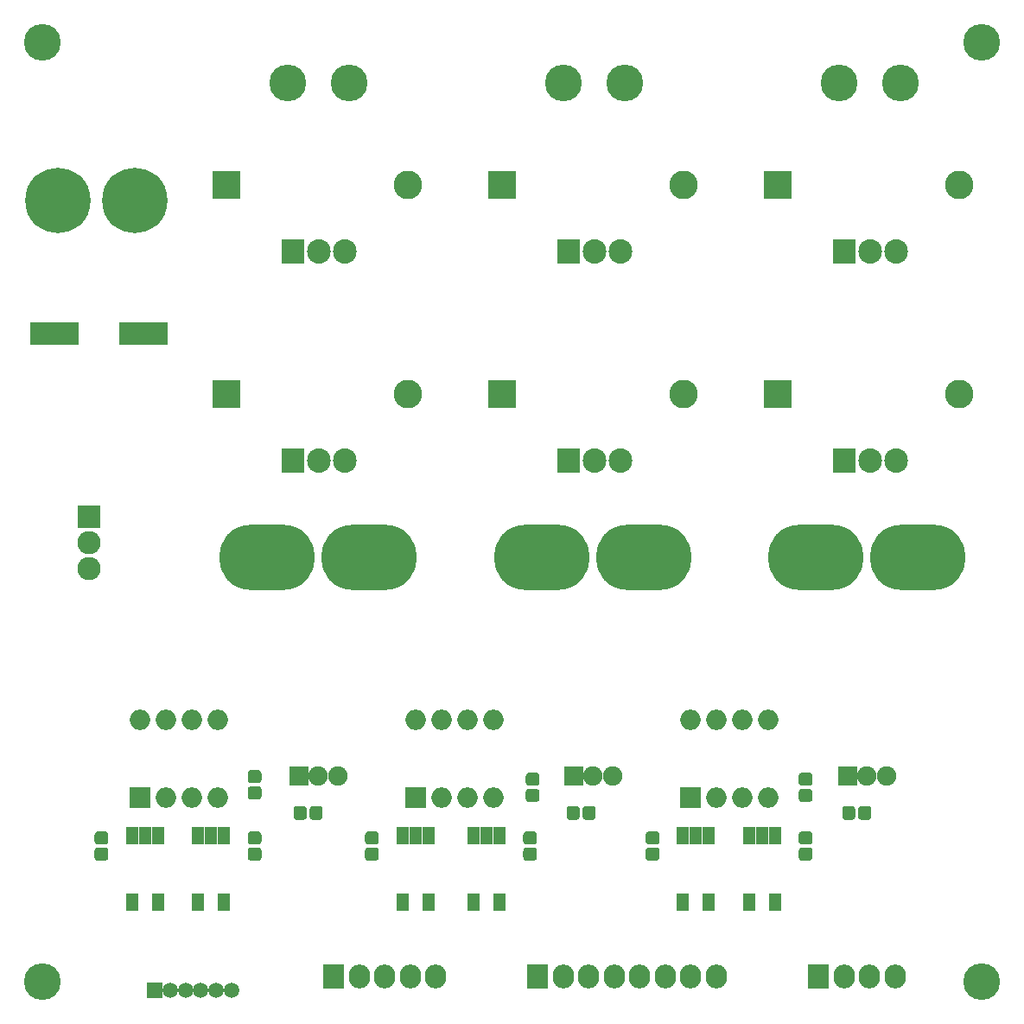
<source format=gbr>
G04 #@! TF.GenerationSoftware,KiCad,Pcbnew,(5.0.0)*
G04 #@! TF.CreationDate,2019-07-28T19:46:13+09:00*
G04 #@! TF.ProjectId,ver.2019_part7,7665722E323031395F70617274372E6B,rev?*
G04 #@! TF.SameCoordinates,Original*
G04 #@! TF.FileFunction,Soldermask,Top*
G04 #@! TF.FilePolarity,Negative*
%FSLAX46Y46*%
G04 Gerber Fmt 4.6, Leading zero omitted, Abs format (unit mm)*
G04 Created by KiCad (PCBNEW (5.0.0)) date 07/28/19 19:46:13*
%MOMM*%
%LPD*%
G01*
G04 APERTURE LIST*
%ADD10C,2.800000*%
%ADD11R,2.800000X2.800000*%
%ADD12R,4.800000X2.300000*%
%ADD13C,0.100000*%
%ADD14C,1.275000*%
%ADD15C,6.400000*%
%ADD16R,2.100000X2.350000*%
%ADD17O,2.100000X2.350000*%
%ADD18R,1.500000X1.500000*%
%ADD19C,1.500000*%
%ADD20C,3.600000*%
%ADD21R,2.305000X2.400000*%
%ADD22O,2.305000X2.400000*%
%ADD23R,1.200000X1.800000*%
%ADD24R,2.000000X2.000000*%
%ADD25O,2.000000X2.000000*%
%ADD26R,2.275000X2.275000*%
%ADD27C,2.275000*%
%ADD28O,9.400000X6.400000*%
%ADD29R,1.900000X1.900000*%
%ADD30C,1.900000*%
%ADD31C,1.200000*%
%ADD32C,1.200000*%
G04 APERTURE END LIST*
D10*
G04 #@! TO.C,U17*
X139800000Y-88500000D03*
D11*
X122000000Y-88500000D03*
G04 #@! TD*
D12*
G04 #@! TO.C,C1*
X113850000Y-82500000D03*
X105150000Y-82500000D03*
G04 #@! TD*
D13*
G04 #@! TO.C,C7*
G36*
X179137493Y-132901535D02*
X179168435Y-132906125D01*
X179198778Y-132913725D01*
X179228230Y-132924263D01*
X179256508Y-132937638D01*
X179283338Y-132953719D01*
X179308463Y-132972353D01*
X179331640Y-132993360D01*
X179352647Y-133016537D01*
X179371281Y-133041662D01*
X179387362Y-133068492D01*
X179400737Y-133096770D01*
X179411275Y-133126222D01*
X179418875Y-133156565D01*
X179423465Y-133187507D01*
X179425000Y-133218750D01*
X179425000Y-133856250D01*
X179423465Y-133887493D01*
X179418875Y-133918435D01*
X179411275Y-133948778D01*
X179400737Y-133978230D01*
X179387362Y-134006508D01*
X179371281Y-134033338D01*
X179352647Y-134058463D01*
X179331640Y-134081640D01*
X179308463Y-134102647D01*
X179283338Y-134121281D01*
X179256508Y-134137362D01*
X179228230Y-134150737D01*
X179198778Y-134161275D01*
X179168435Y-134168875D01*
X179137493Y-134173465D01*
X179106250Y-134175000D01*
X178393750Y-134175000D01*
X178362507Y-134173465D01*
X178331565Y-134168875D01*
X178301222Y-134161275D01*
X178271770Y-134150737D01*
X178243492Y-134137362D01*
X178216662Y-134121281D01*
X178191537Y-134102647D01*
X178168360Y-134081640D01*
X178147353Y-134058463D01*
X178128719Y-134033338D01*
X178112638Y-134006508D01*
X178099263Y-133978230D01*
X178088725Y-133948778D01*
X178081125Y-133918435D01*
X178076535Y-133887493D01*
X178075000Y-133856250D01*
X178075000Y-133218750D01*
X178076535Y-133187507D01*
X178081125Y-133156565D01*
X178088725Y-133126222D01*
X178099263Y-133096770D01*
X178112638Y-133068492D01*
X178128719Y-133041662D01*
X178147353Y-133016537D01*
X178168360Y-132993360D01*
X178191537Y-132972353D01*
X178216662Y-132953719D01*
X178243492Y-132937638D01*
X178271770Y-132924263D01*
X178301222Y-132913725D01*
X178331565Y-132906125D01*
X178362507Y-132901535D01*
X178393750Y-132900000D01*
X179106250Y-132900000D01*
X179137493Y-132901535D01*
X179137493Y-132901535D01*
G37*
D14*
X178750000Y-133537500D03*
D13*
G36*
X179137493Y-131326535D02*
X179168435Y-131331125D01*
X179198778Y-131338725D01*
X179228230Y-131349263D01*
X179256508Y-131362638D01*
X179283338Y-131378719D01*
X179308463Y-131397353D01*
X179331640Y-131418360D01*
X179352647Y-131441537D01*
X179371281Y-131466662D01*
X179387362Y-131493492D01*
X179400737Y-131521770D01*
X179411275Y-131551222D01*
X179418875Y-131581565D01*
X179423465Y-131612507D01*
X179425000Y-131643750D01*
X179425000Y-132281250D01*
X179423465Y-132312493D01*
X179418875Y-132343435D01*
X179411275Y-132373778D01*
X179400737Y-132403230D01*
X179387362Y-132431508D01*
X179371281Y-132458338D01*
X179352647Y-132483463D01*
X179331640Y-132506640D01*
X179308463Y-132527647D01*
X179283338Y-132546281D01*
X179256508Y-132562362D01*
X179228230Y-132575737D01*
X179198778Y-132586275D01*
X179168435Y-132593875D01*
X179137493Y-132598465D01*
X179106250Y-132600000D01*
X178393750Y-132600000D01*
X178362507Y-132598465D01*
X178331565Y-132593875D01*
X178301222Y-132586275D01*
X178271770Y-132575737D01*
X178243492Y-132562362D01*
X178216662Y-132546281D01*
X178191537Y-132527647D01*
X178168360Y-132506640D01*
X178147353Y-132483463D01*
X178128719Y-132458338D01*
X178112638Y-132431508D01*
X178099263Y-132403230D01*
X178088725Y-132373778D01*
X178081125Y-132343435D01*
X178076535Y-132312493D01*
X178075000Y-132281250D01*
X178075000Y-131643750D01*
X178076535Y-131612507D01*
X178081125Y-131581565D01*
X178088725Y-131551222D01*
X178099263Y-131521770D01*
X178112638Y-131493492D01*
X178128719Y-131466662D01*
X178147353Y-131441537D01*
X178168360Y-131418360D01*
X178191537Y-131397353D01*
X178216662Y-131378719D01*
X178243492Y-131362638D01*
X178271770Y-131349263D01*
X178301222Y-131338725D01*
X178331565Y-131331125D01*
X178362507Y-131326535D01*
X178393750Y-131325000D01*
X179106250Y-131325000D01*
X179137493Y-131326535D01*
X179137493Y-131326535D01*
G37*
D14*
X178750000Y-131962500D03*
G04 #@! TD*
D13*
G04 #@! TO.C,C8*
G36*
X164137493Y-132901535D02*
X164168435Y-132906125D01*
X164198778Y-132913725D01*
X164228230Y-132924263D01*
X164256508Y-132937638D01*
X164283338Y-132953719D01*
X164308463Y-132972353D01*
X164331640Y-132993360D01*
X164352647Y-133016537D01*
X164371281Y-133041662D01*
X164387362Y-133068492D01*
X164400737Y-133096770D01*
X164411275Y-133126222D01*
X164418875Y-133156565D01*
X164423465Y-133187507D01*
X164425000Y-133218750D01*
X164425000Y-133856250D01*
X164423465Y-133887493D01*
X164418875Y-133918435D01*
X164411275Y-133948778D01*
X164400737Y-133978230D01*
X164387362Y-134006508D01*
X164371281Y-134033338D01*
X164352647Y-134058463D01*
X164331640Y-134081640D01*
X164308463Y-134102647D01*
X164283338Y-134121281D01*
X164256508Y-134137362D01*
X164228230Y-134150737D01*
X164198778Y-134161275D01*
X164168435Y-134168875D01*
X164137493Y-134173465D01*
X164106250Y-134175000D01*
X163393750Y-134175000D01*
X163362507Y-134173465D01*
X163331565Y-134168875D01*
X163301222Y-134161275D01*
X163271770Y-134150737D01*
X163243492Y-134137362D01*
X163216662Y-134121281D01*
X163191537Y-134102647D01*
X163168360Y-134081640D01*
X163147353Y-134058463D01*
X163128719Y-134033338D01*
X163112638Y-134006508D01*
X163099263Y-133978230D01*
X163088725Y-133948778D01*
X163081125Y-133918435D01*
X163076535Y-133887493D01*
X163075000Y-133856250D01*
X163075000Y-133218750D01*
X163076535Y-133187507D01*
X163081125Y-133156565D01*
X163088725Y-133126222D01*
X163099263Y-133096770D01*
X163112638Y-133068492D01*
X163128719Y-133041662D01*
X163147353Y-133016537D01*
X163168360Y-132993360D01*
X163191537Y-132972353D01*
X163216662Y-132953719D01*
X163243492Y-132937638D01*
X163271770Y-132924263D01*
X163301222Y-132913725D01*
X163331565Y-132906125D01*
X163362507Y-132901535D01*
X163393750Y-132900000D01*
X164106250Y-132900000D01*
X164137493Y-132901535D01*
X164137493Y-132901535D01*
G37*
D14*
X163750000Y-133537500D03*
D13*
G36*
X164137493Y-131326535D02*
X164168435Y-131331125D01*
X164198778Y-131338725D01*
X164228230Y-131349263D01*
X164256508Y-131362638D01*
X164283338Y-131378719D01*
X164308463Y-131397353D01*
X164331640Y-131418360D01*
X164352647Y-131441537D01*
X164371281Y-131466662D01*
X164387362Y-131493492D01*
X164400737Y-131521770D01*
X164411275Y-131551222D01*
X164418875Y-131581565D01*
X164423465Y-131612507D01*
X164425000Y-131643750D01*
X164425000Y-132281250D01*
X164423465Y-132312493D01*
X164418875Y-132343435D01*
X164411275Y-132373778D01*
X164400737Y-132403230D01*
X164387362Y-132431508D01*
X164371281Y-132458338D01*
X164352647Y-132483463D01*
X164331640Y-132506640D01*
X164308463Y-132527647D01*
X164283338Y-132546281D01*
X164256508Y-132562362D01*
X164228230Y-132575737D01*
X164198778Y-132586275D01*
X164168435Y-132593875D01*
X164137493Y-132598465D01*
X164106250Y-132600000D01*
X163393750Y-132600000D01*
X163362507Y-132598465D01*
X163331565Y-132593875D01*
X163301222Y-132586275D01*
X163271770Y-132575737D01*
X163243492Y-132562362D01*
X163216662Y-132546281D01*
X163191537Y-132527647D01*
X163168360Y-132506640D01*
X163147353Y-132483463D01*
X163128719Y-132458338D01*
X163112638Y-132431508D01*
X163099263Y-132403230D01*
X163088725Y-132373778D01*
X163081125Y-132343435D01*
X163076535Y-132312493D01*
X163075000Y-132281250D01*
X163075000Y-131643750D01*
X163076535Y-131612507D01*
X163081125Y-131581565D01*
X163088725Y-131551222D01*
X163099263Y-131521770D01*
X163112638Y-131493492D01*
X163128719Y-131466662D01*
X163147353Y-131441537D01*
X163168360Y-131418360D01*
X163191537Y-131397353D01*
X163216662Y-131378719D01*
X163243492Y-131362638D01*
X163271770Y-131349263D01*
X163301222Y-131338725D01*
X163331565Y-131331125D01*
X163362507Y-131326535D01*
X163393750Y-131325000D01*
X164106250Y-131325000D01*
X164137493Y-131326535D01*
X164137493Y-131326535D01*
G37*
D14*
X163750000Y-131962500D03*
G04 #@! TD*
D13*
G04 #@! TO.C,C9*
G36*
X152137493Y-132901535D02*
X152168435Y-132906125D01*
X152198778Y-132913725D01*
X152228230Y-132924263D01*
X152256508Y-132937638D01*
X152283338Y-132953719D01*
X152308463Y-132972353D01*
X152331640Y-132993360D01*
X152352647Y-133016537D01*
X152371281Y-133041662D01*
X152387362Y-133068492D01*
X152400737Y-133096770D01*
X152411275Y-133126222D01*
X152418875Y-133156565D01*
X152423465Y-133187507D01*
X152425000Y-133218750D01*
X152425000Y-133856250D01*
X152423465Y-133887493D01*
X152418875Y-133918435D01*
X152411275Y-133948778D01*
X152400737Y-133978230D01*
X152387362Y-134006508D01*
X152371281Y-134033338D01*
X152352647Y-134058463D01*
X152331640Y-134081640D01*
X152308463Y-134102647D01*
X152283338Y-134121281D01*
X152256508Y-134137362D01*
X152228230Y-134150737D01*
X152198778Y-134161275D01*
X152168435Y-134168875D01*
X152137493Y-134173465D01*
X152106250Y-134175000D01*
X151393750Y-134175000D01*
X151362507Y-134173465D01*
X151331565Y-134168875D01*
X151301222Y-134161275D01*
X151271770Y-134150737D01*
X151243492Y-134137362D01*
X151216662Y-134121281D01*
X151191537Y-134102647D01*
X151168360Y-134081640D01*
X151147353Y-134058463D01*
X151128719Y-134033338D01*
X151112638Y-134006508D01*
X151099263Y-133978230D01*
X151088725Y-133948778D01*
X151081125Y-133918435D01*
X151076535Y-133887493D01*
X151075000Y-133856250D01*
X151075000Y-133218750D01*
X151076535Y-133187507D01*
X151081125Y-133156565D01*
X151088725Y-133126222D01*
X151099263Y-133096770D01*
X151112638Y-133068492D01*
X151128719Y-133041662D01*
X151147353Y-133016537D01*
X151168360Y-132993360D01*
X151191537Y-132972353D01*
X151216662Y-132953719D01*
X151243492Y-132937638D01*
X151271770Y-132924263D01*
X151301222Y-132913725D01*
X151331565Y-132906125D01*
X151362507Y-132901535D01*
X151393750Y-132900000D01*
X152106250Y-132900000D01*
X152137493Y-132901535D01*
X152137493Y-132901535D01*
G37*
D14*
X151750000Y-133537500D03*
D13*
G36*
X152137493Y-131326535D02*
X152168435Y-131331125D01*
X152198778Y-131338725D01*
X152228230Y-131349263D01*
X152256508Y-131362638D01*
X152283338Y-131378719D01*
X152308463Y-131397353D01*
X152331640Y-131418360D01*
X152352647Y-131441537D01*
X152371281Y-131466662D01*
X152387362Y-131493492D01*
X152400737Y-131521770D01*
X152411275Y-131551222D01*
X152418875Y-131581565D01*
X152423465Y-131612507D01*
X152425000Y-131643750D01*
X152425000Y-132281250D01*
X152423465Y-132312493D01*
X152418875Y-132343435D01*
X152411275Y-132373778D01*
X152400737Y-132403230D01*
X152387362Y-132431508D01*
X152371281Y-132458338D01*
X152352647Y-132483463D01*
X152331640Y-132506640D01*
X152308463Y-132527647D01*
X152283338Y-132546281D01*
X152256508Y-132562362D01*
X152228230Y-132575737D01*
X152198778Y-132586275D01*
X152168435Y-132593875D01*
X152137493Y-132598465D01*
X152106250Y-132600000D01*
X151393750Y-132600000D01*
X151362507Y-132598465D01*
X151331565Y-132593875D01*
X151301222Y-132586275D01*
X151271770Y-132575737D01*
X151243492Y-132562362D01*
X151216662Y-132546281D01*
X151191537Y-132527647D01*
X151168360Y-132506640D01*
X151147353Y-132483463D01*
X151128719Y-132458338D01*
X151112638Y-132431508D01*
X151099263Y-132403230D01*
X151088725Y-132373778D01*
X151081125Y-132343435D01*
X151076535Y-132312493D01*
X151075000Y-132281250D01*
X151075000Y-131643750D01*
X151076535Y-131612507D01*
X151081125Y-131581565D01*
X151088725Y-131551222D01*
X151099263Y-131521770D01*
X151112638Y-131493492D01*
X151128719Y-131466662D01*
X151147353Y-131441537D01*
X151168360Y-131418360D01*
X151191537Y-131397353D01*
X151216662Y-131378719D01*
X151243492Y-131362638D01*
X151271770Y-131349263D01*
X151301222Y-131338725D01*
X151331565Y-131331125D01*
X151362507Y-131326535D01*
X151393750Y-131325000D01*
X152106250Y-131325000D01*
X152137493Y-131326535D01*
X152137493Y-131326535D01*
G37*
D14*
X151750000Y-131962500D03*
G04 #@! TD*
D13*
G04 #@! TO.C,C10*
G36*
X136637493Y-132901535D02*
X136668435Y-132906125D01*
X136698778Y-132913725D01*
X136728230Y-132924263D01*
X136756508Y-132937638D01*
X136783338Y-132953719D01*
X136808463Y-132972353D01*
X136831640Y-132993360D01*
X136852647Y-133016537D01*
X136871281Y-133041662D01*
X136887362Y-133068492D01*
X136900737Y-133096770D01*
X136911275Y-133126222D01*
X136918875Y-133156565D01*
X136923465Y-133187507D01*
X136925000Y-133218750D01*
X136925000Y-133856250D01*
X136923465Y-133887493D01*
X136918875Y-133918435D01*
X136911275Y-133948778D01*
X136900737Y-133978230D01*
X136887362Y-134006508D01*
X136871281Y-134033338D01*
X136852647Y-134058463D01*
X136831640Y-134081640D01*
X136808463Y-134102647D01*
X136783338Y-134121281D01*
X136756508Y-134137362D01*
X136728230Y-134150737D01*
X136698778Y-134161275D01*
X136668435Y-134168875D01*
X136637493Y-134173465D01*
X136606250Y-134175000D01*
X135893750Y-134175000D01*
X135862507Y-134173465D01*
X135831565Y-134168875D01*
X135801222Y-134161275D01*
X135771770Y-134150737D01*
X135743492Y-134137362D01*
X135716662Y-134121281D01*
X135691537Y-134102647D01*
X135668360Y-134081640D01*
X135647353Y-134058463D01*
X135628719Y-134033338D01*
X135612638Y-134006508D01*
X135599263Y-133978230D01*
X135588725Y-133948778D01*
X135581125Y-133918435D01*
X135576535Y-133887493D01*
X135575000Y-133856250D01*
X135575000Y-133218750D01*
X135576535Y-133187507D01*
X135581125Y-133156565D01*
X135588725Y-133126222D01*
X135599263Y-133096770D01*
X135612638Y-133068492D01*
X135628719Y-133041662D01*
X135647353Y-133016537D01*
X135668360Y-132993360D01*
X135691537Y-132972353D01*
X135716662Y-132953719D01*
X135743492Y-132937638D01*
X135771770Y-132924263D01*
X135801222Y-132913725D01*
X135831565Y-132906125D01*
X135862507Y-132901535D01*
X135893750Y-132900000D01*
X136606250Y-132900000D01*
X136637493Y-132901535D01*
X136637493Y-132901535D01*
G37*
D14*
X136250000Y-133537500D03*
D13*
G36*
X136637493Y-131326535D02*
X136668435Y-131331125D01*
X136698778Y-131338725D01*
X136728230Y-131349263D01*
X136756508Y-131362638D01*
X136783338Y-131378719D01*
X136808463Y-131397353D01*
X136831640Y-131418360D01*
X136852647Y-131441537D01*
X136871281Y-131466662D01*
X136887362Y-131493492D01*
X136900737Y-131521770D01*
X136911275Y-131551222D01*
X136918875Y-131581565D01*
X136923465Y-131612507D01*
X136925000Y-131643750D01*
X136925000Y-132281250D01*
X136923465Y-132312493D01*
X136918875Y-132343435D01*
X136911275Y-132373778D01*
X136900737Y-132403230D01*
X136887362Y-132431508D01*
X136871281Y-132458338D01*
X136852647Y-132483463D01*
X136831640Y-132506640D01*
X136808463Y-132527647D01*
X136783338Y-132546281D01*
X136756508Y-132562362D01*
X136728230Y-132575737D01*
X136698778Y-132586275D01*
X136668435Y-132593875D01*
X136637493Y-132598465D01*
X136606250Y-132600000D01*
X135893750Y-132600000D01*
X135862507Y-132598465D01*
X135831565Y-132593875D01*
X135801222Y-132586275D01*
X135771770Y-132575737D01*
X135743492Y-132562362D01*
X135716662Y-132546281D01*
X135691537Y-132527647D01*
X135668360Y-132506640D01*
X135647353Y-132483463D01*
X135628719Y-132458338D01*
X135612638Y-132431508D01*
X135599263Y-132403230D01*
X135588725Y-132373778D01*
X135581125Y-132343435D01*
X135576535Y-132312493D01*
X135575000Y-132281250D01*
X135575000Y-131643750D01*
X135576535Y-131612507D01*
X135581125Y-131581565D01*
X135588725Y-131551222D01*
X135599263Y-131521770D01*
X135612638Y-131493492D01*
X135628719Y-131466662D01*
X135647353Y-131441537D01*
X135668360Y-131418360D01*
X135691537Y-131397353D01*
X135716662Y-131378719D01*
X135743492Y-131362638D01*
X135771770Y-131349263D01*
X135801222Y-131338725D01*
X135831565Y-131331125D01*
X135862507Y-131326535D01*
X135893750Y-131325000D01*
X136606250Y-131325000D01*
X136637493Y-131326535D01*
X136637493Y-131326535D01*
G37*
D14*
X136250000Y-131962500D03*
G04 #@! TD*
D13*
G04 #@! TO.C,C11*
G36*
X125137493Y-132901535D02*
X125168435Y-132906125D01*
X125198778Y-132913725D01*
X125228230Y-132924263D01*
X125256508Y-132937638D01*
X125283338Y-132953719D01*
X125308463Y-132972353D01*
X125331640Y-132993360D01*
X125352647Y-133016537D01*
X125371281Y-133041662D01*
X125387362Y-133068492D01*
X125400737Y-133096770D01*
X125411275Y-133126222D01*
X125418875Y-133156565D01*
X125423465Y-133187507D01*
X125425000Y-133218750D01*
X125425000Y-133856250D01*
X125423465Y-133887493D01*
X125418875Y-133918435D01*
X125411275Y-133948778D01*
X125400737Y-133978230D01*
X125387362Y-134006508D01*
X125371281Y-134033338D01*
X125352647Y-134058463D01*
X125331640Y-134081640D01*
X125308463Y-134102647D01*
X125283338Y-134121281D01*
X125256508Y-134137362D01*
X125228230Y-134150737D01*
X125198778Y-134161275D01*
X125168435Y-134168875D01*
X125137493Y-134173465D01*
X125106250Y-134175000D01*
X124393750Y-134175000D01*
X124362507Y-134173465D01*
X124331565Y-134168875D01*
X124301222Y-134161275D01*
X124271770Y-134150737D01*
X124243492Y-134137362D01*
X124216662Y-134121281D01*
X124191537Y-134102647D01*
X124168360Y-134081640D01*
X124147353Y-134058463D01*
X124128719Y-134033338D01*
X124112638Y-134006508D01*
X124099263Y-133978230D01*
X124088725Y-133948778D01*
X124081125Y-133918435D01*
X124076535Y-133887493D01*
X124075000Y-133856250D01*
X124075000Y-133218750D01*
X124076535Y-133187507D01*
X124081125Y-133156565D01*
X124088725Y-133126222D01*
X124099263Y-133096770D01*
X124112638Y-133068492D01*
X124128719Y-133041662D01*
X124147353Y-133016537D01*
X124168360Y-132993360D01*
X124191537Y-132972353D01*
X124216662Y-132953719D01*
X124243492Y-132937638D01*
X124271770Y-132924263D01*
X124301222Y-132913725D01*
X124331565Y-132906125D01*
X124362507Y-132901535D01*
X124393750Y-132900000D01*
X125106250Y-132900000D01*
X125137493Y-132901535D01*
X125137493Y-132901535D01*
G37*
D14*
X124750000Y-133537500D03*
D13*
G36*
X125137493Y-131326535D02*
X125168435Y-131331125D01*
X125198778Y-131338725D01*
X125228230Y-131349263D01*
X125256508Y-131362638D01*
X125283338Y-131378719D01*
X125308463Y-131397353D01*
X125331640Y-131418360D01*
X125352647Y-131441537D01*
X125371281Y-131466662D01*
X125387362Y-131493492D01*
X125400737Y-131521770D01*
X125411275Y-131551222D01*
X125418875Y-131581565D01*
X125423465Y-131612507D01*
X125425000Y-131643750D01*
X125425000Y-132281250D01*
X125423465Y-132312493D01*
X125418875Y-132343435D01*
X125411275Y-132373778D01*
X125400737Y-132403230D01*
X125387362Y-132431508D01*
X125371281Y-132458338D01*
X125352647Y-132483463D01*
X125331640Y-132506640D01*
X125308463Y-132527647D01*
X125283338Y-132546281D01*
X125256508Y-132562362D01*
X125228230Y-132575737D01*
X125198778Y-132586275D01*
X125168435Y-132593875D01*
X125137493Y-132598465D01*
X125106250Y-132600000D01*
X124393750Y-132600000D01*
X124362507Y-132598465D01*
X124331565Y-132593875D01*
X124301222Y-132586275D01*
X124271770Y-132575737D01*
X124243492Y-132562362D01*
X124216662Y-132546281D01*
X124191537Y-132527647D01*
X124168360Y-132506640D01*
X124147353Y-132483463D01*
X124128719Y-132458338D01*
X124112638Y-132431508D01*
X124099263Y-132403230D01*
X124088725Y-132373778D01*
X124081125Y-132343435D01*
X124076535Y-132312493D01*
X124075000Y-132281250D01*
X124075000Y-131643750D01*
X124076535Y-131612507D01*
X124081125Y-131581565D01*
X124088725Y-131551222D01*
X124099263Y-131521770D01*
X124112638Y-131493492D01*
X124128719Y-131466662D01*
X124147353Y-131441537D01*
X124168360Y-131418360D01*
X124191537Y-131397353D01*
X124216662Y-131378719D01*
X124243492Y-131362638D01*
X124271770Y-131349263D01*
X124301222Y-131338725D01*
X124331565Y-131331125D01*
X124362507Y-131326535D01*
X124393750Y-131325000D01*
X125106250Y-131325000D01*
X125137493Y-131326535D01*
X125137493Y-131326535D01*
G37*
D14*
X124750000Y-131962500D03*
G04 #@! TD*
D13*
G04 #@! TO.C,C12*
G36*
X110137493Y-132901535D02*
X110168435Y-132906125D01*
X110198778Y-132913725D01*
X110228230Y-132924263D01*
X110256508Y-132937638D01*
X110283338Y-132953719D01*
X110308463Y-132972353D01*
X110331640Y-132993360D01*
X110352647Y-133016537D01*
X110371281Y-133041662D01*
X110387362Y-133068492D01*
X110400737Y-133096770D01*
X110411275Y-133126222D01*
X110418875Y-133156565D01*
X110423465Y-133187507D01*
X110425000Y-133218750D01*
X110425000Y-133856250D01*
X110423465Y-133887493D01*
X110418875Y-133918435D01*
X110411275Y-133948778D01*
X110400737Y-133978230D01*
X110387362Y-134006508D01*
X110371281Y-134033338D01*
X110352647Y-134058463D01*
X110331640Y-134081640D01*
X110308463Y-134102647D01*
X110283338Y-134121281D01*
X110256508Y-134137362D01*
X110228230Y-134150737D01*
X110198778Y-134161275D01*
X110168435Y-134168875D01*
X110137493Y-134173465D01*
X110106250Y-134175000D01*
X109393750Y-134175000D01*
X109362507Y-134173465D01*
X109331565Y-134168875D01*
X109301222Y-134161275D01*
X109271770Y-134150737D01*
X109243492Y-134137362D01*
X109216662Y-134121281D01*
X109191537Y-134102647D01*
X109168360Y-134081640D01*
X109147353Y-134058463D01*
X109128719Y-134033338D01*
X109112638Y-134006508D01*
X109099263Y-133978230D01*
X109088725Y-133948778D01*
X109081125Y-133918435D01*
X109076535Y-133887493D01*
X109075000Y-133856250D01*
X109075000Y-133218750D01*
X109076535Y-133187507D01*
X109081125Y-133156565D01*
X109088725Y-133126222D01*
X109099263Y-133096770D01*
X109112638Y-133068492D01*
X109128719Y-133041662D01*
X109147353Y-133016537D01*
X109168360Y-132993360D01*
X109191537Y-132972353D01*
X109216662Y-132953719D01*
X109243492Y-132937638D01*
X109271770Y-132924263D01*
X109301222Y-132913725D01*
X109331565Y-132906125D01*
X109362507Y-132901535D01*
X109393750Y-132900000D01*
X110106250Y-132900000D01*
X110137493Y-132901535D01*
X110137493Y-132901535D01*
G37*
D14*
X109750000Y-133537500D03*
D13*
G36*
X110137493Y-131326535D02*
X110168435Y-131331125D01*
X110198778Y-131338725D01*
X110228230Y-131349263D01*
X110256508Y-131362638D01*
X110283338Y-131378719D01*
X110308463Y-131397353D01*
X110331640Y-131418360D01*
X110352647Y-131441537D01*
X110371281Y-131466662D01*
X110387362Y-131493492D01*
X110400737Y-131521770D01*
X110411275Y-131551222D01*
X110418875Y-131581565D01*
X110423465Y-131612507D01*
X110425000Y-131643750D01*
X110425000Y-132281250D01*
X110423465Y-132312493D01*
X110418875Y-132343435D01*
X110411275Y-132373778D01*
X110400737Y-132403230D01*
X110387362Y-132431508D01*
X110371281Y-132458338D01*
X110352647Y-132483463D01*
X110331640Y-132506640D01*
X110308463Y-132527647D01*
X110283338Y-132546281D01*
X110256508Y-132562362D01*
X110228230Y-132575737D01*
X110198778Y-132586275D01*
X110168435Y-132593875D01*
X110137493Y-132598465D01*
X110106250Y-132600000D01*
X109393750Y-132600000D01*
X109362507Y-132598465D01*
X109331565Y-132593875D01*
X109301222Y-132586275D01*
X109271770Y-132575737D01*
X109243492Y-132562362D01*
X109216662Y-132546281D01*
X109191537Y-132527647D01*
X109168360Y-132506640D01*
X109147353Y-132483463D01*
X109128719Y-132458338D01*
X109112638Y-132431508D01*
X109099263Y-132403230D01*
X109088725Y-132373778D01*
X109081125Y-132343435D01*
X109076535Y-132312493D01*
X109075000Y-132281250D01*
X109075000Y-131643750D01*
X109076535Y-131612507D01*
X109081125Y-131581565D01*
X109088725Y-131551222D01*
X109099263Y-131521770D01*
X109112638Y-131493492D01*
X109128719Y-131466662D01*
X109147353Y-131441537D01*
X109168360Y-131418360D01*
X109191537Y-131397353D01*
X109216662Y-131378719D01*
X109243492Y-131362638D01*
X109271770Y-131349263D01*
X109301222Y-131338725D01*
X109331565Y-131331125D01*
X109362507Y-131326535D01*
X109393750Y-131325000D01*
X110106250Y-131325000D01*
X110137493Y-131326535D01*
X110137493Y-131326535D01*
G37*
D14*
X109750000Y-131962500D03*
G04 #@! TD*
D15*
G04 #@! TO.C,J1*
X105500000Y-69500000D03*
X113000000Y-69500000D03*
G04 #@! TD*
D16*
G04 #@! TO.C,J5*
X152500000Y-145500000D03*
D17*
X155000000Y-145500000D03*
X157500000Y-145500000D03*
X160000000Y-145500000D03*
X162500000Y-145500000D03*
X165000000Y-145500000D03*
X167500000Y-145500000D03*
X170000000Y-145500000D03*
G04 #@! TD*
D16*
G04 #@! TO.C,J6*
X180000000Y-145500000D03*
D17*
X182500000Y-145500000D03*
X185000000Y-145500000D03*
X187500000Y-145500000D03*
G04 #@! TD*
D16*
G04 #@! TO.C,J7*
X132500000Y-145500000D03*
D17*
X135000000Y-145500000D03*
X137500000Y-145500000D03*
X140000000Y-145500000D03*
X142500000Y-145500000D03*
G04 #@! TD*
D18*
G04 #@! TO.C,J8*
X114975000Y-146922000D03*
D19*
X116475000Y-146922000D03*
X117975000Y-146922000D03*
X119475000Y-146922000D03*
X120975000Y-146922000D03*
X122475000Y-146922000D03*
G04 #@! TD*
D20*
G04 #@! TO.C,MH1*
X104000000Y-146000000D03*
G04 #@! TD*
G04 #@! TO.C,MH2*
X104000000Y-54000000D03*
G04 #@! TD*
G04 #@! TO.C,MH3*
X196000000Y-146000000D03*
G04 #@! TD*
G04 #@! TO.C,MH4*
X196000000Y-54000000D03*
G04 #@! TD*
D21*
G04 #@! TO.C,Q1*
X128500000Y-74500000D03*
D22*
X131040000Y-74500000D03*
X133580000Y-74500000D03*
G04 #@! TD*
G04 #@! TO.C,Q2*
X133580000Y-95000000D03*
X131040000Y-95000000D03*
D21*
X128500000Y-95000000D03*
G04 #@! TD*
G04 #@! TO.C,Q3*
X155500000Y-74500000D03*
D22*
X158040000Y-74500000D03*
X160580000Y-74500000D03*
G04 #@! TD*
G04 #@! TO.C,Q4*
X160580000Y-95000000D03*
X158040000Y-95000000D03*
D21*
X155500000Y-95000000D03*
G04 #@! TD*
D22*
G04 #@! TO.C,Q5*
X187580000Y-74500000D03*
X185040000Y-74500000D03*
D21*
X182500000Y-74500000D03*
G04 #@! TD*
G04 #@! TO.C,Q6*
X182500000Y-95000000D03*
D22*
X185040000Y-95000000D03*
X187580000Y-95000000D03*
G04 #@! TD*
D23*
G04 #@! TO.C,U1*
X166730000Y-131750000D03*
X168000000Y-131750000D03*
X169270000Y-131750000D03*
X166730000Y-138250000D03*
X169270000Y-138250000D03*
G04 #@! TD*
G04 #@! TO.C,U2*
X175770000Y-138250000D03*
X173230000Y-138250000D03*
X175770000Y-131750000D03*
X174500000Y-131750000D03*
X173230000Y-131750000D03*
G04 #@! TD*
G04 #@! TO.C,U3*
X139230000Y-131750000D03*
X140500000Y-131750000D03*
X141770000Y-131750000D03*
X139230000Y-138250000D03*
X141770000Y-138250000D03*
G04 #@! TD*
G04 #@! TO.C,U4*
X148770000Y-138250000D03*
X146230000Y-138250000D03*
X148770000Y-131750000D03*
X147500000Y-131750000D03*
X146230000Y-131750000D03*
G04 #@! TD*
G04 #@! TO.C,U5*
X112730000Y-131750000D03*
X114000000Y-131750000D03*
X115270000Y-131750000D03*
X112730000Y-138250000D03*
X115270000Y-138250000D03*
G04 #@! TD*
G04 #@! TO.C,U6*
X121770000Y-138250000D03*
X119230000Y-138250000D03*
X121770000Y-131750000D03*
X120500000Y-131750000D03*
X119230000Y-131750000D03*
G04 #@! TD*
D24*
G04 #@! TO.C,U7*
X167500000Y-128000000D03*
D25*
X175120000Y-120380000D03*
X170040000Y-128000000D03*
X172580000Y-120380000D03*
X172580000Y-128000000D03*
X170040000Y-120380000D03*
X175120000Y-128000000D03*
X167500000Y-120380000D03*
G04 #@! TD*
D24*
G04 #@! TO.C,U8*
X140500000Y-128000000D03*
D25*
X148120000Y-120380000D03*
X143040000Y-128000000D03*
X145580000Y-120380000D03*
X145580000Y-128000000D03*
X143040000Y-120380000D03*
X148120000Y-128000000D03*
X140500000Y-120380000D03*
G04 #@! TD*
G04 #@! TO.C,U9*
X113500000Y-120380000D03*
X121120000Y-128000000D03*
X116040000Y-120380000D03*
X118580000Y-128000000D03*
X118580000Y-120380000D03*
X116040000Y-128000000D03*
X121120000Y-120380000D03*
D24*
X113500000Y-128000000D03*
G04 #@! TD*
D26*
G04 #@! TO.C,U10*
X108500000Y-100500000D03*
D27*
X108500000Y-103040000D03*
X108500000Y-105580000D03*
G04 #@! TD*
D28*
G04 #@! TO.C,U11*
X179750000Y-104500000D03*
X189750000Y-104500000D03*
D29*
X182840000Y-125900000D03*
D30*
X186660000Y-125900000D03*
X184750000Y-125900000D03*
D31*
X183700000Y-103870000D03*
D32*
X183700000Y-103870000D02*
X183700000Y-103870000D01*
D31*
X183700000Y-105130000D03*
D32*
X183700000Y-105130000D02*
X183700000Y-105130000D01*
D31*
X182950000Y-106160000D03*
X182950000Y-102840000D03*
X175800000Y-103870000D03*
X175800000Y-105130000D03*
X176550000Y-106160000D03*
X176550000Y-102840000D03*
X180420000Y-106550000D03*
X179080000Y-106550000D03*
X181750000Y-106550000D03*
X177750000Y-106550000D03*
X180420000Y-102450000D03*
X179080000Y-102450000D03*
X177750000Y-102450000D03*
X181750000Y-102450000D03*
X186550000Y-106160000D03*
X186550000Y-102840000D03*
X185800000Y-105130000D03*
D32*
X185800000Y-105130000D02*
X185800000Y-105130000D01*
D31*
X185800000Y-103870000D03*
D32*
X185800000Y-103870000D02*
X185800000Y-103870000D01*
D31*
X192950000Y-106160000D03*
X192950000Y-102840000D03*
X193700000Y-103870000D03*
X191750000Y-106550000D03*
X190420000Y-106550000D03*
X189080000Y-106550000D03*
X187750000Y-106550000D03*
X191750000Y-102450000D03*
X190420000Y-102450000D03*
X189080000Y-102450000D03*
X187750000Y-102450000D03*
X193700000Y-105130000D03*
G04 #@! TD*
G04 #@! TO.C,U12*
X166860000Y-105130000D03*
X160910000Y-102450000D03*
X162240000Y-102450000D03*
X163580000Y-102450000D03*
X164910000Y-102450000D03*
X160910000Y-106550000D03*
X162240000Y-106550000D03*
X163580000Y-106550000D03*
X164910000Y-106550000D03*
X166860000Y-103870000D03*
X166110000Y-102840000D03*
X166110000Y-106160000D03*
X158960000Y-103870000D03*
D32*
X158960000Y-103870000D02*
X158960000Y-103870000D01*
D31*
X158960000Y-105130000D03*
D32*
X158960000Y-105130000D02*
X158960000Y-105130000D01*
D31*
X159710000Y-102840000D03*
X159710000Y-106160000D03*
X154910000Y-102450000D03*
X150910000Y-102450000D03*
X152240000Y-102450000D03*
X153580000Y-102450000D03*
X150910000Y-106550000D03*
X154910000Y-106550000D03*
X152240000Y-106550000D03*
X153580000Y-106550000D03*
X149710000Y-102840000D03*
X149710000Y-106160000D03*
X148960000Y-105130000D03*
X148960000Y-103870000D03*
X156110000Y-102840000D03*
X156110000Y-106160000D03*
X156860000Y-105130000D03*
D32*
X156860000Y-105130000D02*
X156860000Y-105130000D01*
D31*
X156860000Y-103870000D03*
D32*
X156860000Y-103870000D02*
X156860000Y-103870000D01*
D30*
X157910000Y-125900000D03*
X159820000Y-125900000D03*
D29*
X156000000Y-125900000D03*
D28*
X162910000Y-104500000D03*
X152910000Y-104500000D03*
G04 #@! TD*
D31*
G04 #@! TO.C,U13*
X139950000Y-105130000D03*
X134000000Y-102450000D03*
X135330000Y-102450000D03*
X136670000Y-102450000D03*
X138000000Y-102450000D03*
X134000000Y-106550000D03*
X135330000Y-106550000D03*
X136670000Y-106550000D03*
X138000000Y-106550000D03*
X139950000Y-103870000D03*
X139200000Y-102840000D03*
X139200000Y-106160000D03*
X132050000Y-103870000D03*
D32*
X132050000Y-103870000D02*
X132050000Y-103870000D01*
D31*
X132050000Y-105130000D03*
D32*
X132050000Y-105130000D02*
X132050000Y-105130000D01*
D31*
X132800000Y-102840000D03*
X132800000Y-106160000D03*
X128000000Y-102450000D03*
X124000000Y-102450000D03*
X125330000Y-102450000D03*
X126670000Y-102450000D03*
X124000000Y-106550000D03*
X128000000Y-106550000D03*
X125330000Y-106550000D03*
X126670000Y-106550000D03*
X122800000Y-102840000D03*
X122800000Y-106160000D03*
X122050000Y-105130000D03*
X122050000Y-103870000D03*
X129200000Y-102840000D03*
X129200000Y-106160000D03*
X129950000Y-105130000D03*
D32*
X129950000Y-105130000D02*
X129950000Y-105130000D01*
D31*
X129950000Y-103870000D03*
D32*
X129950000Y-103870000D02*
X129950000Y-103870000D01*
D30*
X131000000Y-125900000D03*
X132910000Y-125900000D03*
D29*
X129090000Y-125900000D03*
D28*
X136000000Y-104500000D03*
X126000000Y-104500000D03*
G04 #@! TD*
D11*
G04 #@! TO.C,U14*
X149000000Y-68000000D03*
D10*
X166800000Y-68000000D03*
G04 #@! TD*
G04 #@! TO.C,U15*
X193800000Y-68000000D03*
D11*
X176000000Y-68000000D03*
G04 #@! TD*
G04 #@! TO.C,U16*
X122000000Y-68000000D03*
D10*
X139800000Y-68000000D03*
G04 #@! TD*
D11*
G04 #@! TO.C,U18*
X149000000Y-88500000D03*
D10*
X166800000Y-88500000D03*
G04 #@! TD*
G04 #@! TO.C,U19*
X193800000Y-88500000D03*
D11*
X176000000Y-88500000D03*
G04 #@! TD*
D13*
G04 #@! TO.C,C13*
G36*
X179137493Y-125576535D02*
X179168435Y-125581125D01*
X179198778Y-125588725D01*
X179228230Y-125599263D01*
X179256508Y-125612638D01*
X179283338Y-125628719D01*
X179308463Y-125647353D01*
X179331640Y-125668360D01*
X179352647Y-125691537D01*
X179371281Y-125716662D01*
X179387362Y-125743492D01*
X179400737Y-125771770D01*
X179411275Y-125801222D01*
X179418875Y-125831565D01*
X179423465Y-125862507D01*
X179425000Y-125893750D01*
X179425000Y-126531250D01*
X179423465Y-126562493D01*
X179418875Y-126593435D01*
X179411275Y-126623778D01*
X179400737Y-126653230D01*
X179387362Y-126681508D01*
X179371281Y-126708338D01*
X179352647Y-126733463D01*
X179331640Y-126756640D01*
X179308463Y-126777647D01*
X179283338Y-126796281D01*
X179256508Y-126812362D01*
X179228230Y-126825737D01*
X179198778Y-126836275D01*
X179168435Y-126843875D01*
X179137493Y-126848465D01*
X179106250Y-126850000D01*
X178393750Y-126850000D01*
X178362507Y-126848465D01*
X178331565Y-126843875D01*
X178301222Y-126836275D01*
X178271770Y-126825737D01*
X178243492Y-126812362D01*
X178216662Y-126796281D01*
X178191537Y-126777647D01*
X178168360Y-126756640D01*
X178147353Y-126733463D01*
X178128719Y-126708338D01*
X178112638Y-126681508D01*
X178099263Y-126653230D01*
X178088725Y-126623778D01*
X178081125Y-126593435D01*
X178076535Y-126562493D01*
X178075000Y-126531250D01*
X178075000Y-125893750D01*
X178076535Y-125862507D01*
X178081125Y-125831565D01*
X178088725Y-125801222D01*
X178099263Y-125771770D01*
X178112638Y-125743492D01*
X178128719Y-125716662D01*
X178147353Y-125691537D01*
X178168360Y-125668360D01*
X178191537Y-125647353D01*
X178216662Y-125628719D01*
X178243492Y-125612638D01*
X178271770Y-125599263D01*
X178301222Y-125588725D01*
X178331565Y-125581125D01*
X178362507Y-125576535D01*
X178393750Y-125575000D01*
X179106250Y-125575000D01*
X179137493Y-125576535D01*
X179137493Y-125576535D01*
G37*
D14*
X178750000Y-126212500D03*
D13*
G36*
X179137493Y-127151535D02*
X179168435Y-127156125D01*
X179198778Y-127163725D01*
X179228230Y-127174263D01*
X179256508Y-127187638D01*
X179283338Y-127203719D01*
X179308463Y-127222353D01*
X179331640Y-127243360D01*
X179352647Y-127266537D01*
X179371281Y-127291662D01*
X179387362Y-127318492D01*
X179400737Y-127346770D01*
X179411275Y-127376222D01*
X179418875Y-127406565D01*
X179423465Y-127437507D01*
X179425000Y-127468750D01*
X179425000Y-128106250D01*
X179423465Y-128137493D01*
X179418875Y-128168435D01*
X179411275Y-128198778D01*
X179400737Y-128228230D01*
X179387362Y-128256508D01*
X179371281Y-128283338D01*
X179352647Y-128308463D01*
X179331640Y-128331640D01*
X179308463Y-128352647D01*
X179283338Y-128371281D01*
X179256508Y-128387362D01*
X179228230Y-128400737D01*
X179198778Y-128411275D01*
X179168435Y-128418875D01*
X179137493Y-128423465D01*
X179106250Y-128425000D01*
X178393750Y-128425000D01*
X178362507Y-128423465D01*
X178331565Y-128418875D01*
X178301222Y-128411275D01*
X178271770Y-128400737D01*
X178243492Y-128387362D01*
X178216662Y-128371281D01*
X178191537Y-128352647D01*
X178168360Y-128331640D01*
X178147353Y-128308463D01*
X178128719Y-128283338D01*
X178112638Y-128256508D01*
X178099263Y-128228230D01*
X178088725Y-128198778D01*
X178081125Y-128168435D01*
X178076535Y-128137493D01*
X178075000Y-128106250D01*
X178075000Y-127468750D01*
X178076535Y-127437507D01*
X178081125Y-127406565D01*
X178088725Y-127376222D01*
X178099263Y-127346770D01*
X178112638Y-127318492D01*
X178128719Y-127291662D01*
X178147353Y-127266537D01*
X178168360Y-127243360D01*
X178191537Y-127222353D01*
X178216662Y-127203719D01*
X178243492Y-127187638D01*
X178271770Y-127174263D01*
X178301222Y-127163725D01*
X178331565Y-127156125D01*
X178362507Y-127151535D01*
X178393750Y-127150000D01*
X179106250Y-127150000D01*
X179137493Y-127151535D01*
X179137493Y-127151535D01*
G37*
D14*
X178750000Y-127787500D03*
G04 #@! TD*
D13*
G04 #@! TO.C,C14*
G36*
X152387493Y-127151535D02*
X152418435Y-127156125D01*
X152448778Y-127163725D01*
X152478230Y-127174263D01*
X152506508Y-127187638D01*
X152533338Y-127203719D01*
X152558463Y-127222353D01*
X152581640Y-127243360D01*
X152602647Y-127266537D01*
X152621281Y-127291662D01*
X152637362Y-127318492D01*
X152650737Y-127346770D01*
X152661275Y-127376222D01*
X152668875Y-127406565D01*
X152673465Y-127437507D01*
X152675000Y-127468750D01*
X152675000Y-128106250D01*
X152673465Y-128137493D01*
X152668875Y-128168435D01*
X152661275Y-128198778D01*
X152650737Y-128228230D01*
X152637362Y-128256508D01*
X152621281Y-128283338D01*
X152602647Y-128308463D01*
X152581640Y-128331640D01*
X152558463Y-128352647D01*
X152533338Y-128371281D01*
X152506508Y-128387362D01*
X152478230Y-128400737D01*
X152448778Y-128411275D01*
X152418435Y-128418875D01*
X152387493Y-128423465D01*
X152356250Y-128425000D01*
X151643750Y-128425000D01*
X151612507Y-128423465D01*
X151581565Y-128418875D01*
X151551222Y-128411275D01*
X151521770Y-128400737D01*
X151493492Y-128387362D01*
X151466662Y-128371281D01*
X151441537Y-128352647D01*
X151418360Y-128331640D01*
X151397353Y-128308463D01*
X151378719Y-128283338D01*
X151362638Y-128256508D01*
X151349263Y-128228230D01*
X151338725Y-128198778D01*
X151331125Y-128168435D01*
X151326535Y-128137493D01*
X151325000Y-128106250D01*
X151325000Y-127468750D01*
X151326535Y-127437507D01*
X151331125Y-127406565D01*
X151338725Y-127376222D01*
X151349263Y-127346770D01*
X151362638Y-127318492D01*
X151378719Y-127291662D01*
X151397353Y-127266537D01*
X151418360Y-127243360D01*
X151441537Y-127222353D01*
X151466662Y-127203719D01*
X151493492Y-127187638D01*
X151521770Y-127174263D01*
X151551222Y-127163725D01*
X151581565Y-127156125D01*
X151612507Y-127151535D01*
X151643750Y-127150000D01*
X152356250Y-127150000D01*
X152387493Y-127151535D01*
X152387493Y-127151535D01*
G37*
D14*
X152000000Y-127787500D03*
D13*
G36*
X152387493Y-125576535D02*
X152418435Y-125581125D01*
X152448778Y-125588725D01*
X152478230Y-125599263D01*
X152506508Y-125612638D01*
X152533338Y-125628719D01*
X152558463Y-125647353D01*
X152581640Y-125668360D01*
X152602647Y-125691537D01*
X152621281Y-125716662D01*
X152637362Y-125743492D01*
X152650737Y-125771770D01*
X152661275Y-125801222D01*
X152668875Y-125831565D01*
X152673465Y-125862507D01*
X152675000Y-125893750D01*
X152675000Y-126531250D01*
X152673465Y-126562493D01*
X152668875Y-126593435D01*
X152661275Y-126623778D01*
X152650737Y-126653230D01*
X152637362Y-126681508D01*
X152621281Y-126708338D01*
X152602647Y-126733463D01*
X152581640Y-126756640D01*
X152558463Y-126777647D01*
X152533338Y-126796281D01*
X152506508Y-126812362D01*
X152478230Y-126825737D01*
X152448778Y-126836275D01*
X152418435Y-126843875D01*
X152387493Y-126848465D01*
X152356250Y-126850000D01*
X151643750Y-126850000D01*
X151612507Y-126848465D01*
X151581565Y-126843875D01*
X151551222Y-126836275D01*
X151521770Y-126825737D01*
X151493492Y-126812362D01*
X151466662Y-126796281D01*
X151441537Y-126777647D01*
X151418360Y-126756640D01*
X151397353Y-126733463D01*
X151378719Y-126708338D01*
X151362638Y-126681508D01*
X151349263Y-126653230D01*
X151338725Y-126623778D01*
X151331125Y-126593435D01*
X151326535Y-126562493D01*
X151325000Y-126531250D01*
X151325000Y-125893750D01*
X151326535Y-125862507D01*
X151331125Y-125831565D01*
X151338725Y-125801222D01*
X151349263Y-125771770D01*
X151362638Y-125743492D01*
X151378719Y-125716662D01*
X151397353Y-125691537D01*
X151418360Y-125668360D01*
X151441537Y-125647353D01*
X151466662Y-125628719D01*
X151493492Y-125612638D01*
X151521770Y-125599263D01*
X151551222Y-125588725D01*
X151581565Y-125581125D01*
X151612507Y-125576535D01*
X151643750Y-125575000D01*
X152356250Y-125575000D01*
X152387493Y-125576535D01*
X152387493Y-125576535D01*
G37*
D14*
X152000000Y-126212500D03*
G04 #@! TD*
D13*
G04 #@! TO.C,C15*
G36*
X125137493Y-125326535D02*
X125168435Y-125331125D01*
X125198778Y-125338725D01*
X125228230Y-125349263D01*
X125256508Y-125362638D01*
X125283338Y-125378719D01*
X125308463Y-125397353D01*
X125331640Y-125418360D01*
X125352647Y-125441537D01*
X125371281Y-125466662D01*
X125387362Y-125493492D01*
X125400737Y-125521770D01*
X125411275Y-125551222D01*
X125418875Y-125581565D01*
X125423465Y-125612507D01*
X125425000Y-125643750D01*
X125425000Y-126281250D01*
X125423465Y-126312493D01*
X125418875Y-126343435D01*
X125411275Y-126373778D01*
X125400737Y-126403230D01*
X125387362Y-126431508D01*
X125371281Y-126458338D01*
X125352647Y-126483463D01*
X125331640Y-126506640D01*
X125308463Y-126527647D01*
X125283338Y-126546281D01*
X125256508Y-126562362D01*
X125228230Y-126575737D01*
X125198778Y-126586275D01*
X125168435Y-126593875D01*
X125137493Y-126598465D01*
X125106250Y-126600000D01*
X124393750Y-126600000D01*
X124362507Y-126598465D01*
X124331565Y-126593875D01*
X124301222Y-126586275D01*
X124271770Y-126575737D01*
X124243492Y-126562362D01*
X124216662Y-126546281D01*
X124191537Y-126527647D01*
X124168360Y-126506640D01*
X124147353Y-126483463D01*
X124128719Y-126458338D01*
X124112638Y-126431508D01*
X124099263Y-126403230D01*
X124088725Y-126373778D01*
X124081125Y-126343435D01*
X124076535Y-126312493D01*
X124075000Y-126281250D01*
X124075000Y-125643750D01*
X124076535Y-125612507D01*
X124081125Y-125581565D01*
X124088725Y-125551222D01*
X124099263Y-125521770D01*
X124112638Y-125493492D01*
X124128719Y-125466662D01*
X124147353Y-125441537D01*
X124168360Y-125418360D01*
X124191537Y-125397353D01*
X124216662Y-125378719D01*
X124243492Y-125362638D01*
X124271770Y-125349263D01*
X124301222Y-125338725D01*
X124331565Y-125331125D01*
X124362507Y-125326535D01*
X124393750Y-125325000D01*
X125106250Y-125325000D01*
X125137493Y-125326535D01*
X125137493Y-125326535D01*
G37*
D14*
X124750000Y-125962500D03*
D13*
G36*
X125137493Y-126901535D02*
X125168435Y-126906125D01*
X125198778Y-126913725D01*
X125228230Y-126924263D01*
X125256508Y-126937638D01*
X125283338Y-126953719D01*
X125308463Y-126972353D01*
X125331640Y-126993360D01*
X125352647Y-127016537D01*
X125371281Y-127041662D01*
X125387362Y-127068492D01*
X125400737Y-127096770D01*
X125411275Y-127126222D01*
X125418875Y-127156565D01*
X125423465Y-127187507D01*
X125425000Y-127218750D01*
X125425000Y-127856250D01*
X125423465Y-127887493D01*
X125418875Y-127918435D01*
X125411275Y-127948778D01*
X125400737Y-127978230D01*
X125387362Y-128006508D01*
X125371281Y-128033338D01*
X125352647Y-128058463D01*
X125331640Y-128081640D01*
X125308463Y-128102647D01*
X125283338Y-128121281D01*
X125256508Y-128137362D01*
X125228230Y-128150737D01*
X125198778Y-128161275D01*
X125168435Y-128168875D01*
X125137493Y-128173465D01*
X125106250Y-128175000D01*
X124393750Y-128175000D01*
X124362507Y-128173465D01*
X124331565Y-128168875D01*
X124301222Y-128161275D01*
X124271770Y-128150737D01*
X124243492Y-128137362D01*
X124216662Y-128121281D01*
X124191537Y-128102647D01*
X124168360Y-128081640D01*
X124147353Y-128058463D01*
X124128719Y-128033338D01*
X124112638Y-128006508D01*
X124099263Y-127978230D01*
X124088725Y-127948778D01*
X124081125Y-127918435D01*
X124076535Y-127887493D01*
X124075000Y-127856250D01*
X124075000Y-127218750D01*
X124076535Y-127187507D01*
X124081125Y-127156565D01*
X124088725Y-127126222D01*
X124099263Y-127096770D01*
X124112638Y-127068492D01*
X124128719Y-127041662D01*
X124147353Y-127016537D01*
X124168360Y-126993360D01*
X124191537Y-126972353D01*
X124216662Y-126953719D01*
X124243492Y-126937638D01*
X124271770Y-126924263D01*
X124301222Y-126913725D01*
X124331565Y-126906125D01*
X124362507Y-126901535D01*
X124393750Y-126900000D01*
X125106250Y-126900000D01*
X125137493Y-126901535D01*
X125137493Y-126901535D01*
G37*
D14*
X124750000Y-127537500D03*
G04 #@! TD*
D13*
G04 #@! TO.C,C16*
G36*
X157887493Y-128826535D02*
X157918435Y-128831125D01*
X157948778Y-128838725D01*
X157978230Y-128849263D01*
X158006508Y-128862638D01*
X158033338Y-128878719D01*
X158058463Y-128897353D01*
X158081640Y-128918360D01*
X158102647Y-128941537D01*
X158121281Y-128966662D01*
X158137362Y-128993492D01*
X158150737Y-129021770D01*
X158161275Y-129051222D01*
X158168875Y-129081565D01*
X158173465Y-129112507D01*
X158175000Y-129143750D01*
X158175000Y-129856250D01*
X158173465Y-129887493D01*
X158168875Y-129918435D01*
X158161275Y-129948778D01*
X158150737Y-129978230D01*
X158137362Y-130006508D01*
X158121281Y-130033338D01*
X158102647Y-130058463D01*
X158081640Y-130081640D01*
X158058463Y-130102647D01*
X158033338Y-130121281D01*
X158006508Y-130137362D01*
X157978230Y-130150737D01*
X157948778Y-130161275D01*
X157918435Y-130168875D01*
X157887493Y-130173465D01*
X157856250Y-130175000D01*
X157218750Y-130175000D01*
X157187507Y-130173465D01*
X157156565Y-130168875D01*
X157126222Y-130161275D01*
X157096770Y-130150737D01*
X157068492Y-130137362D01*
X157041662Y-130121281D01*
X157016537Y-130102647D01*
X156993360Y-130081640D01*
X156972353Y-130058463D01*
X156953719Y-130033338D01*
X156937638Y-130006508D01*
X156924263Y-129978230D01*
X156913725Y-129948778D01*
X156906125Y-129918435D01*
X156901535Y-129887493D01*
X156900000Y-129856250D01*
X156900000Y-129143750D01*
X156901535Y-129112507D01*
X156906125Y-129081565D01*
X156913725Y-129051222D01*
X156924263Y-129021770D01*
X156937638Y-128993492D01*
X156953719Y-128966662D01*
X156972353Y-128941537D01*
X156993360Y-128918360D01*
X157016537Y-128897353D01*
X157041662Y-128878719D01*
X157068492Y-128862638D01*
X157096770Y-128849263D01*
X157126222Y-128838725D01*
X157156565Y-128831125D01*
X157187507Y-128826535D01*
X157218750Y-128825000D01*
X157856250Y-128825000D01*
X157887493Y-128826535D01*
X157887493Y-128826535D01*
G37*
D14*
X157537500Y-129500000D03*
D13*
G36*
X156312493Y-128826535D02*
X156343435Y-128831125D01*
X156373778Y-128838725D01*
X156403230Y-128849263D01*
X156431508Y-128862638D01*
X156458338Y-128878719D01*
X156483463Y-128897353D01*
X156506640Y-128918360D01*
X156527647Y-128941537D01*
X156546281Y-128966662D01*
X156562362Y-128993492D01*
X156575737Y-129021770D01*
X156586275Y-129051222D01*
X156593875Y-129081565D01*
X156598465Y-129112507D01*
X156600000Y-129143750D01*
X156600000Y-129856250D01*
X156598465Y-129887493D01*
X156593875Y-129918435D01*
X156586275Y-129948778D01*
X156575737Y-129978230D01*
X156562362Y-130006508D01*
X156546281Y-130033338D01*
X156527647Y-130058463D01*
X156506640Y-130081640D01*
X156483463Y-130102647D01*
X156458338Y-130121281D01*
X156431508Y-130137362D01*
X156403230Y-130150737D01*
X156373778Y-130161275D01*
X156343435Y-130168875D01*
X156312493Y-130173465D01*
X156281250Y-130175000D01*
X155643750Y-130175000D01*
X155612507Y-130173465D01*
X155581565Y-130168875D01*
X155551222Y-130161275D01*
X155521770Y-130150737D01*
X155493492Y-130137362D01*
X155466662Y-130121281D01*
X155441537Y-130102647D01*
X155418360Y-130081640D01*
X155397353Y-130058463D01*
X155378719Y-130033338D01*
X155362638Y-130006508D01*
X155349263Y-129978230D01*
X155338725Y-129948778D01*
X155331125Y-129918435D01*
X155326535Y-129887493D01*
X155325000Y-129856250D01*
X155325000Y-129143750D01*
X155326535Y-129112507D01*
X155331125Y-129081565D01*
X155338725Y-129051222D01*
X155349263Y-129021770D01*
X155362638Y-128993492D01*
X155378719Y-128966662D01*
X155397353Y-128941537D01*
X155418360Y-128918360D01*
X155441537Y-128897353D01*
X155466662Y-128878719D01*
X155493492Y-128862638D01*
X155521770Y-128849263D01*
X155551222Y-128838725D01*
X155581565Y-128831125D01*
X155612507Y-128826535D01*
X155643750Y-128825000D01*
X156281250Y-128825000D01*
X156312493Y-128826535D01*
X156312493Y-128826535D01*
G37*
D14*
X155962500Y-129500000D03*
G04 #@! TD*
D13*
G04 #@! TO.C,C17*
G36*
X183312493Y-128826535D02*
X183343435Y-128831125D01*
X183373778Y-128838725D01*
X183403230Y-128849263D01*
X183431508Y-128862638D01*
X183458338Y-128878719D01*
X183483463Y-128897353D01*
X183506640Y-128918360D01*
X183527647Y-128941537D01*
X183546281Y-128966662D01*
X183562362Y-128993492D01*
X183575737Y-129021770D01*
X183586275Y-129051222D01*
X183593875Y-129081565D01*
X183598465Y-129112507D01*
X183600000Y-129143750D01*
X183600000Y-129856250D01*
X183598465Y-129887493D01*
X183593875Y-129918435D01*
X183586275Y-129948778D01*
X183575737Y-129978230D01*
X183562362Y-130006508D01*
X183546281Y-130033338D01*
X183527647Y-130058463D01*
X183506640Y-130081640D01*
X183483463Y-130102647D01*
X183458338Y-130121281D01*
X183431508Y-130137362D01*
X183403230Y-130150737D01*
X183373778Y-130161275D01*
X183343435Y-130168875D01*
X183312493Y-130173465D01*
X183281250Y-130175000D01*
X182643750Y-130175000D01*
X182612507Y-130173465D01*
X182581565Y-130168875D01*
X182551222Y-130161275D01*
X182521770Y-130150737D01*
X182493492Y-130137362D01*
X182466662Y-130121281D01*
X182441537Y-130102647D01*
X182418360Y-130081640D01*
X182397353Y-130058463D01*
X182378719Y-130033338D01*
X182362638Y-130006508D01*
X182349263Y-129978230D01*
X182338725Y-129948778D01*
X182331125Y-129918435D01*
X182326535Y-129887493D01*
X182325000Y-129856250D01*
X182325000Y-129143750D01*
X182326535Y-129112507D01*
X182331125Y-129081565D01*
X182338725Y-129051222D01*
X182349263Y-129021770D01*
X182362638Y-128993492D01*
X182378719Y-128966662D01*
X182397353Y-128941537D01*
X182418360Y-128918360D01*
X182441537Y-128897353D01*
X182466662Y-128878719D01*
X182493492Y-128862638D01*
X182521770Y-128849263D01*
X182551222Y-128838725D01*
X182581565Y-128831125D01*
X182612507Y-128826535D01*
X182643750Y-128825000D01*
X183281250Y-128825000D01*
X183312493Y-128826535D01*
X183312493Y-128826535D01*
G37*
D14*
X182962500Y-129500000D03*
D13*
G36*
X184887493Y-128826535D02*
X184918435Y-128831125D01*
X184948778Y-128838725D01*
X184978230Y-128849263D01*
X185006508Y-128862638D01*
X185033338Y-128878719D01*
X185058463Y-128897353D01*
X185081640Y-128918360D01*
X185102647Y-128941537D01*
X185121281Y-128966662D01*
X185137362Y-128993492D01*
X185150737Y-129021770D01*
X185161275Y-129051222D01*
X185168875Y-129081565D01*
X185173465Y-129112507D01*
X185175000Y-129143750D01*
X185175000Y-129856250D01*
X185173465Y-129887493D01*
X185168875Y-129918435D01*
X185161275Y-129948778D01*
X185150737Y-129978230D01*
X185137362Y-130006508D01*
X185121281Y-130033338D01*
X185102647Y-130058463D01*
X185081640Y-130081640D01*
X185058463Y-130102647D01*
X185033338Y-130121281D01*
X185006508Y-130137362D01*
X184978230Y-130150737D01*
X184948778Y-130161275D01*
X184918435Y-130168875D01*
X184887493Y-130173465D01*
X184856250Y-130175000D01*
X184218750Y-130175000D01*
X184187507Y-130173465D01*
X184156565Y-130168875D01*
X184126222Y-130161275D01*
X184096770Y-130150737D01*
X184068492Y-130137362D01*
X184041662Y-130121281D01*
X184016537Y-130102647D01*
X183993360Y-130081640D01*
X183972353Y-130058463D01*
X183953719Y-130033338D01*
X183937638Y-130006508D01*
X183924263Y-129978230D01*
X183913725Y-129948778D01*
X183906125Y-129918435D01*
X183901535Y-129887493D01*
X183900000Y-129856250D01*
X183900000Y-129143750D01*
X183901535Y-129112507D01*
X183906125Y-129081565D01*
X183913725Y-129051222D01*
X183924263Y-129021770D01*
X183937638Y-128993492D01*
X183953719Y-128966662D01*
X183972353Y-128941537D01*
X183993360Y-128918360D01*
X184016537Y-128897353D01*
X184041662Y-128878719D01*
X184068492Y-128862638D01*
X184096770Y-128849263D01*
X184126222Y-128838725D01*
X184156565Y-128831125D01*
X184187507Y-128826535D01*
X184218750Y-128825000D01*
X184856250Y-128825000D01*
X184887493Y-128826535D01*
X184887493Y-128826535D01*
G37*
D14*
X184537500Y-129500000D03*
G04 #@! TD*
D13*
G04 #@! TO.C,C18*
G36*
X131137493Y-128826535D02*
X131168435Y-128831125D01*
X131198778Y-128838725D01*
X131228230Y-128849263D01*
X131256508Y-128862638D01*
X131283338Y-128878719D01*
X131308463Y-128897353D01*
X131331640Y-128918360D01*
X131352647Y-128941537D01*
X131371281Y-128966662D01*
X131387362Y-128993492D01*
X131400737Y-129021770D01*
X131411275Y-129051222D01*
X131418875Y-129081565D01*
X131423465Y-129112507D01*
X131425000Y-129143750D01*
X131425000Y-129856250D01*
X131423465Y-129887493D01*
X131418875Y-129918435D01*
X131411275Y-129948778D01*
X131400737Y-129978230D01*
X131387362Y-130006508D01*
X131371281Y-130033338D01*
X131352647Y-130058463D01*
X131331640Y-130081640D01*
X131308463Y-130102647D01*
X131283338Y-130121281D01*
X131256508Y-130137362D01*
X131228230Y-130150737D01*
X131198778Y-130161275D01*
X131168435Y-130168875D01*
X131137493Y-130173465D01*
X131106250Y-130175000D01*
X130468750Y-130175000D01*
X130437507Y-130173465D01*
X130406565Y-130168875D01*
X130376222Y-130161275D01*
X130346770Y-130150737D01*
X130318492Y-130137362D01*
X130291662Y-130121281D01*
X130266537Y-130102647D01*
X130243360Y-130081640D01*
X130222353Y-130058463D01*
X130203719Y-130033338D01*
X130187638Y-130006508D01*
X130174263Y-129978230D01*
X130163725Y-129948778D01*
X130156125Y-129918435D01*
X130151535Y-129887493D01*
X130150000Y-129856250D01*
X130150000Y-129143750D01*
X130151535Y-129112507D01*
X130156125Y-129081565D01*
X130163725Y-129051222D01*
X130174263Y-129021770D01*
X130187638Y-128993492D01*
X130203719Y-128966662D01*
X130222353Y-128941537D01*
X130243360Y-128918360D01*
X130266537Y-128897353D01*
X130291662Y-128878719D01*
X130318492Y-128862638D01*
X130346770Y-128849263D01*
X130376222Y-128838725D01*
X130406565Y-128831125D01*
X130437507Y-128826535D01*
X130468750Y-128825000D01*
X131106250Y-128825000D01*
X131137493Y-128826535D01*
X131137493Y-128826535D01*
G37*
D14*
X130787500Y-129500000D03*
D13*
G36*
X129562493Y-128826535D02*
X129593435Y-128831125D01*
X129623778Y-128838725D01*
X129653230Y-128849263D01*
X129681508Y-128862638D01*
X129708338Y-128878719D01*
X129733463Y-128897353D01*
X129756640Y-128918360D01*
X129777647Y-128941537D01*
X129796281Y-128966662D01*
X129812362Y-128993492D01*
X129825737Y-129021770D01*
X129836275Y-129051222D01*
X129843875Y-129081565D01*
X129848465Y-129112507D01*
X129850000Y-129143750D01*
X129850000Y-129856250D01*
X129848465Y-129887493D01*
X129843875Y-129918435D01*
X129836275Y-129948778D01*
X129825737Y-129978230D01*
X129812362Y-130006508D01*
X129796281Y-130033338D01*
X129777647Y-130058463D01*
X129756640Y-130081640D01*
X129733463Y-130102647D01*
X129708338Y-130121281D01*
X129681508Y-130137362D01*
X129653230Y-130150737D01*
X129623778Y-130161275D01*
X129593435Y-130168875D01*
X129562493Y-130173465D01*
X129531250Y-130175000D01*
X128893750Y-130175000D01*
X128862507Y-130173465D01*
X128831565Y-130168875D01*
X128801222Y-130161275D01*
X128771770Y-130150737D01*
X128743492Y-130137362D01*
X128716662Y-130121281D01*
X128691537Y-130102647D01*
X128668360Y-130081640D01*
X128647353Y-130058463D01*
X128628719Y-130033338D01*
X128612638Y-130006508D01*
X128599263Y-129978230D01*
X128588725Y-129948778D01*
X128581125Y-129918435D01*
X128576535Y-129887493D01*
X128575000Y-129856250D01*
X128575000Y-129143750D01*
X128576535Y-129112507D01*
X128581125Y-129081565D01*
X128588725Y-129051222D01*
X128599263Y-129021770D01*
X128612638Y-128993492D01*
X128628719Y-128966662D01*
X128647353Y-128941537D01*
X128668360Y-128918360D01*
X128691537Y-128897353D01*
X128716662Y-128878719D01*
X128743492Y-128862638D01*
X128771770Y-128849263D01*
X128801222Y-128838725D01*
X128831565Y-128831125D01*
X128862507Y-128826535D01*
X128893750Y-128825000D01*
X129531250Y-128825000D01*
X129562493Y-128826535D01*
X129562493Y-128826535D01*
G37*
D14*
X129212500Y-129500000D03*
G04 #@! TD*
D20*
G04 #@! TO.C,MH5*
X188000000Y-58000000D03*
G04 #@! TD*
G04 #@! TO.C,MH6*
X182000000Y-58000000D03*
G04 #@! TD*
G04 #@! TO.C,MH7*
X161000000Y-58000000D03*
G04 #@! TD*
G04 #@! TO.C,MH8*
X155000000Y-58000000D03*
G04 #@! TD*
G04 #@! TO.C,MH9*
X134000000Y-58000000D03*
G04 #@! TD*
G04 #@! TO.C,MH10*
X128000000Y-58000000D03*
G04 #@! TD*
M02*

</source>
